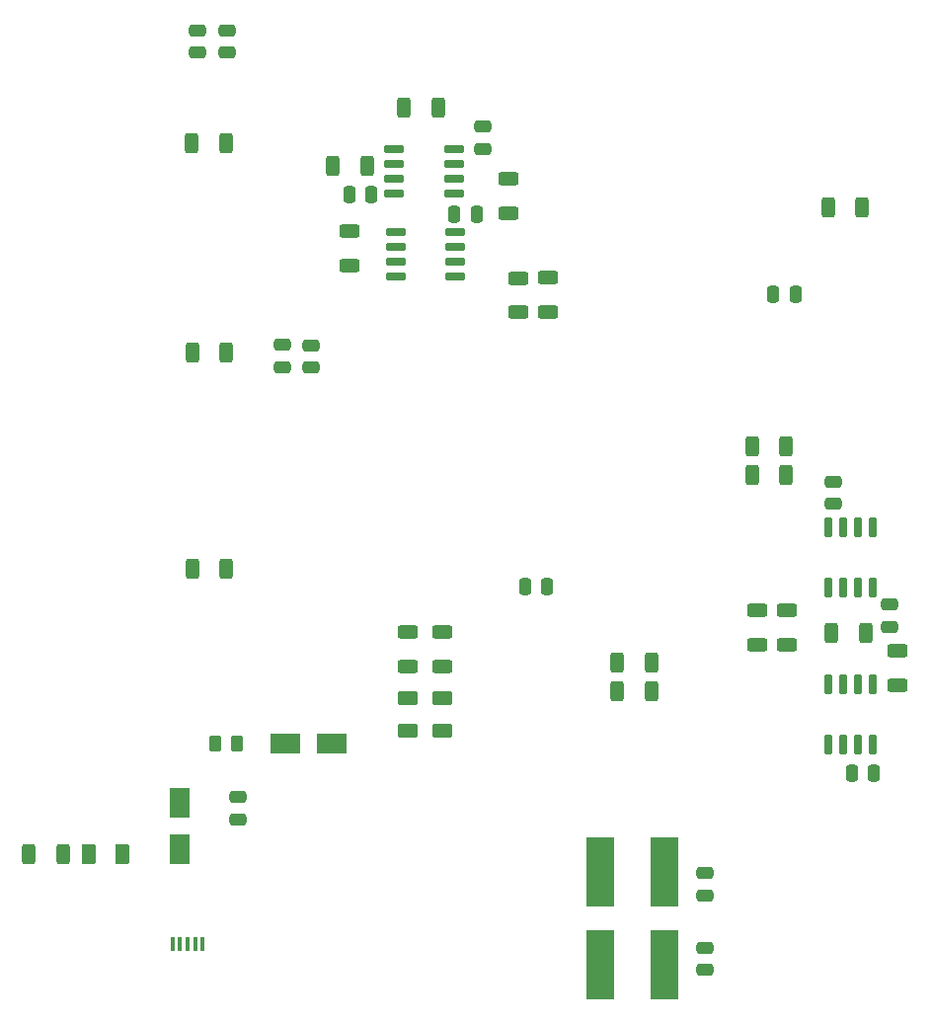
<source format=gbr>
%TF.GenerationSoftware,KiCad,Pcbnew,(6.0.0)*%
%TF.CreationDate,2022-01-09T15:16:55-05:00*%
%TF.ProjectId,Impedance_Analyzer_V2,496d7065-6461-46e6-9365-5f416e616c79,rev?*%
%TF.SameCoordinates,Original*%
%TF.FileFunction,Paste,Top*%
%TF.FilePolarity,Positive*%
%FSLAX46Y46*%
G04 Gerber Fmt 4.6, Leading zero omitted, Abs format (unit mm)*
G04 Created by KiCad (PCBNEW (6.0.0)) date 2022-01-09 15:16:55*
%MOMM*%
%LPD*%
G01*
G04 APERTURE LIST*
G04 Aperture macros list*
%AMRoundRect*
0 Rectangle with rounded corners*
0 $1 Rounding radius*
0 $2 $3 $4 $5 $6 $7 $8 $9 X,Y pos of 4 corners*
0 Add a 4 corners polygon primitive as box body*
4,1,4,$2,$3,$4,$5,$6,$7,$8,$9,$2,$3,0*
0 Add four circle primitives for the rounded corners*
1,1,$1+$1,$2,$3*
1,1,$1+$1,$4,$5*
1,1,$1+$1,$6,$7*
1,1,$1+$1,$8,$9*
0 Add four rect primitives between the rounded corners*
20,1,$1+$1,$2,$3,$4,$5,0*
20,1,$1+$1,$4,$5,$6,$7,0*
20,1,$1+$1,$6,$7,$8,$9,0*
20,1,$1+$1,$8,$9,$2,$3,0*%
G04 Aperture macros list end*
%ADD10RoundRect,0.250000X-0.475000X0.250000X-0.475000X-0.250000X0.475000X-0.250000X0.475000X0.250000X0*%
%ADD11RoundRect,0.250000X0.475000X-0.250000X0.475000X0.250000X-0.475000X0.250000X-0.475000X-0.250000X0*%
%ADD12RoundRect,0.249998X0.312502X0.625002X-0.312502X0.625002X-0.312502X-0.625002X0.312502X-0.625002X0*%
%ADD13RoundRect,0.249998X-0.312502X-0.625002X0.312502X-0.625002X0.312502X0.625002X-0.312502X0.625002X0*%
%ADD14R,2.500000X1.800000*%
%ADD15R,1.800000X2.500000*%
%ADD16RoundRect,0.249998X0.262502X0.450002X-0.262502X0.450002X-0.262502X-0.450002X0.262502X-0.450002X0*%
%ADD17R,0.450000X1.300000*%
%ADD18RoundRect,0.250000X-0.375000X-0.625000X0.375000X-0.625000X0.375000X0.625000X-0.375000X0.625000X0*%
%ADD19RoundRect,0.249998X-0.625002X0.312502X-0.625002X-0.312502X0.625002X-0.312502X0.625002X0.312502X0*%
%ADD20RoundRect,0.249998X0.625002X-0.312502X0.625002X0.312502X-0.625002X0.312502X-0.625002X-0.312502X0*%
%ADD21RoundRect,0.150000X-0.725000X-0.150000X0.725000X-0.150000X0.725000X0.150000X-0.725000X0.150000X0*%
%ADD22RoundRect,0.250000X0.250000X0.475000X-0.250000X0.475000X-0.250000X-0.475000X0.250000X-0.475000X0*%
%ADD23RoundRect,0.250000X-0.250000X-0.475000X0.250000X-0.475000X0.250000X0.475000X-0.250000X0.475000X0*%
%ADD24RoundRect,0.250000X0.625000X-0.375000X0.625000X0.375000X-0.625000X0.375000X-0.625000X-0.375000X0*%
%ADD25RoundRect,0.250000X-0.625000X0.375000X-0.625000X-0.375000X0.625000X-0.375000X0.625000X0.375000X0*%
%ADD26RoundRect,0.150000X0.150000X-0.725000X0.150000X0.725000X-0.150000X0.725000X-0.150000X-0.725000X0*%
%ADD27RoundRect,0.249999X-0.312501X-0.625001X0.312501X-0.625001X0.312501X0.625001X-0.312501X0.625001X0*%
%ADD28RoundRect,0.249999X-0.625001X0.312501X-0.625001X-0.312501X0.625001X-0.312501X0.625001X0.312501X0*%
%ADD29RoundRect,0.150000X-0.150000X0.725000X-0.150000X-0.725000X0.150000X-0.725000X0.150000X0.725000X0*%
%ADD30R,2.450000X5.900000*%
%ADD31RoundRect,0.250000X0.312500X0.625000X-0.312500X0.625000X-0.312500X-0.625000X0.312500X-0.625000X0*%
%ADD32RoundRect,0.250000X0.625000X-0.312500X0.625000X0.312500X-0.625000X0.312500X-0.625000X-0.312500X0*%
%ADD33RoundRect,0.250000X-0.625000X0.312500X-0.625000X-0.312500X0.625000X-0.312500X0.625000X0.312500X0*%
%ADD34RoundRect,0.250000X-0.312500X-0.625000X0.312500X-0.625000X0.312500X0.625000X-0.312500X0.625000X0*%
G04 APERTURE END LIST*
D10*
%TO.C,C25*%
X94250000Y-85300000D03*
X94250000Y-87200000D03*
%TD*%
D11*
%TO.C,C16*%
X89500000Y-60250000D03*
X89500000Y-58350000D03*
%TD*%
D12*
%TO.C,R5*%
X89462500Y-104500000D03*
X86537500Y-104500000D03*
%TD*%
%TO.C,R6*%
X89462500Y-86000000D03*
X86537500Y-86000000D03*
%TD*%
D13*
%TO.C,R7*%
X122987500Y-115050000D03*
X125912500Y-115050000D03*
%TD*%
D12*
%TO.C,R8*%
X137462500Y-96500000D03*
X134537500Y-96500000D03*
%TD*%
D10*
%TO.C,C5*%
X90450000Y-124100000D03*
X90450000Y-126000000D03*
%TD*%
D14*
%TO.C,D1*%
X98500000Y-119500000D03*
X94500000Y-119500000D03*
%TD*%
D15*
%TO.C,D2*%
X85450000Y-124550000D03*
X85450000Y-128550000D03*
%TD*%
D16*
%TO.C,FB1*%
X90325000Y-119500000D03*
X88500000Y-119500000D03*
%TD*%
D17*
%TO.C,J9*%
X84825000Y-136650000D03*
X85475000Y-136650000D03*
X86125000Y-136650000D03*
X86775000Y-136650000D03*
X87425000Y-136650000D03*
%TD*%
D18*
%TO.C,D3*%
X77700000Y-129000000D03*
X80500000Y-129000000D03*
%TD*%
D12*
%TO.C,R13*%
X75425000Y-129000000D03*
X72500000Y-129000000D03*
%TD*%
D19*
%TO.C,R3*%
X114500000Y-79575000D03*
X114500000Y-82500000D03*
%TD*%
D20*
%TO.C,R2*%
X117000000Y-82462500D03*
X117000000Y-79537500D03*
%TD*%
D10*
%TO.C,C1*%
X96750000Y-87250000D03*
X96750000Y-85350000D03*
%TD*%
D20*
%TO.C,R1*%
X100000000Y-78500000D03*
X100000000Y-75575000D03*
%TD*%
D21*
%TO.C,U1*%
X103950000Y-75660000D03*
X103950000Y-76930000D03*
X103950000Y-78200000D03*
X103950000Y-79470000D03*
X109100000Y-79470000D03*
X109100000Y-78200000D03*
X109100000Y-76930000D03*
X109100000Y-75660000D03*
%TD*%
D22*
%TO.C,C14*%
X101900000Y-72400000D03*
X100000000Y-72400000D03*
%TD*%
%TO.C,C17*%
X116950000Y-106000000D03*
X115050000Y-106000000D03*
%TD*%
D23*
%TO.C,C19*%
X109000000Y-74100000D03*
X110900000Y-74100000D03*
%TD*%
D24*
%TO.C,D4*%
X108000000Y-118400000D03*
X108000000Y-115600000D03*
%TD*%
D25*
%TO.C,D5*%
X105000000Y-115600000D03*
X105000000Y-118400000D03*
%TD*%
D20*
%TO.C,R19*%
X108000000Y-112852500D03*
X108000000Y-109927500D03*
%TD*%
%TO.C,R20*%
X105000000Y-112852500D03*
X105000000Y-109927500D03*
%TD*%
D11*
%TO.C,C22*%
X141500000Y-98950000D03*
X141500000Y-97050000D03*
%TD*%
D22*
%TO.C,C23*%
X138250000Y-81000000D03*
X136350000Y-81000000D03*
%TD*%
D11*
%TO.C,C24*%
X111400000Y-68500000D03*
X111400000Y-66600000D03*
%TD*%
D12*
%TO.C,R9*%
X143962500Y-73500000D03*
X141037500Y-73500000D03*
%TD*%
D21*
%TO.C,BUF1*%
X103825000Y-68495000D03*
X103825000Y-69765000D03*
X103825000Y-71035000D03*
X103825000Y-72305000D03*
X108975000Y-72305000D03*
X108975000Y-71035000D03*
X108975000Y-69765000D03*
X108975000Y-68495000D03*
%TD*%
D26*
%TO.C,BUF2*%
X141095000Y-106125000D03*
X142365000Y-106125000D03*
X143635000Y-106125000D03*
X144905000Y-106125000D03*
X144905000Y-100975000D03*
X143635000Y-100975000D03*
X142365000Y-100975000D03*
X141095000Y-100975000D03*
%TD*%
D27*
%TO.C,R4*%
X104675000Y-65000000D03*
X107600000Y-65000000D03*
%TD*%
D28*
%TO.C,R10*%
X113600000Y-71075000D03*
X113600000Y-74000000D03*
%TD*%
%TO.C,R18*%
X135000000Y-108075000D03*
X135000000Y-111000000D03*
%TD*%
D27*
%TO.C,R21*%
X141365000Y-109975000D03*
X144290000Y-109975000D03*
%TD*%
D29*
%TO.C,U2*%
X144905000Y-114425000D03*
X143635000Y-114425000D03*
X142365000Y-114425000D03*
X141095000Y-114425000D03*
X141095000Y-119575000D03*
X142365000Y-119575000D03*
X143635000Y-119575000D03*
X144905000Y-119575000D03*
%TD*%
D22*
%TO.C,C3*%
X145000000Y-122000000D03*
X143100000Y-122000000D03*
%TD*%
D11*
%TO.C,C10*%
X130500000Y-138900000D03*
X130500000Y-137000000D03*
%TD*%
D30*
%TO.C,L2*%
X127050000Y-130500000D03*
X121500000Y-130500000D03*
%TD*%
D10*
%TO.C,C8*%
X130500000Y-130600000D03*
X130500000Y-132500000D03*
%TD*%
D30*
%TO.C,L1*%
X127050000Y-138500000D03*
X121500000Y-138500000D03*
%TD*%
D10*
%TO.C,C18*%
X146365000Y-107575000D03*
X146365000Y-109475000D03*
%TD*%
D31*
%TO.C,R22*%
X89425000Y-68000000D03*
X86500000Y-68000000D03*
%TD*%
D32*
%TO.C,R17*%
X147000000Y-114500000D03*
X147000000Y-111575000D03*
%TD*%
D11*
%TO.C,C15*%
X87000000Y-58350000D03*
X87000000Y-60250000D03*
%TD*%
D33*
%TO.C,R14*%
X137500000Y-108075000D03*
X137500000Y-111000000D03*
%TD*%
D34*
%TO.C,R15*%
X98575000Y-70000000D03*
X101500000Y-70000000D03*
%TD*%
D31*
%TO.C,R11*%
X125912500Y-112550000D03*
X122987500Y-112550000D03*
%TD*%
%TO.C,R12*%
X137462500Y-94000000D03*
X134537500Y-94000000D03*
%TD*%
M02*

</source>
